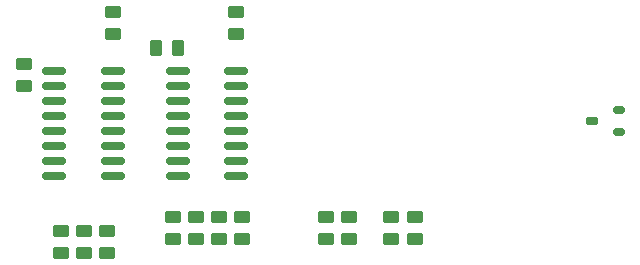
<source format=gbr>
%TF.GenerationSoftware,KiCad,Pcbnew,7.0.8*%
%TF.CreationDate,2023-11-25T20:52:03+00:00*%
%TF.ProjectId,pce-gt-controller,7063652d-6774-42d6-936f-6e74726f6c6c,rev?*%
%TF.SameCoordinates,Original*%
%TF.FileFunction,Paste,Top*%
%TF.FilePolarity,Positive*%
%FSLAX46Y46*%
G04 Gerber Fmt 4.6, Leading zero omitted, Abs format (unit mm)*
G04 Created by KiCad (PCBNEW 7.0.8) date 2023-11-25 20:52:03*
%MOMM*%
%LPD*%
G01*
G04 APERTURE LIST*
G04 Aperture macros list*
%AMRoundRect*
0 Rectangle with rounded corners*
0 $1 Rounding radius*
0 $2 $3 $4 $5 $6 $7 $8 $9 X,Y pos of 4 corners*
0 Add a 4 corners polygon primitive as box body*
4,1,4,$2,$3,$4,$5,$6,$7,$8,$9,$2,$3,0*
0 Add four circle primitives for the rounded corners*
1,1,$1+$1,$2,$3*
1,1,$1+$1,$4,$5*
1,1,$1+$1,$6,$7*
1,1,$1+$1,$8,$9*
0 Add four rect primitives between the rounded corners*
20,1,$1+$1,$2,$3,$4,$5,0*
20,1,$1+$1,$4,$5,$6,$7,0*
20,1,$1+$1,$6,$7,$8,$9,0*
20,1,$1+$1,$8,$9,$2,$3,0*%
G04 Aperture macros list end*
%ADD10RoundRect,0.250000X0.450000X-0.262500X0.450000X0.262500X-0.450000X0.262500X-0.450000X-0.262500X0*%
%ADD11RoundRect,0.250000X-0.450000X0.262500X-0.450000X-0.262500X0.450000X-0.262500X0.450000X0.262500X0*%
%ADD12RoundRect,0.250000X-0.262500X-0.450000X0.262500X-0.450000X0.262500X0.450000X-0.262500X0.450000X0*%
%ADD13RoundRect,0.150000X-0.825000X-0.150000X0.825000X-0.150000X0.825000X0.150000X-0.825000X0.150000X0*%
%ADD14RoundRect,0.150000X0.357500X0.150000X-0.357500X0.150000X-0.357500X-0.150000X0.357500X-0.150000X0*%
%ADD15RoundRect,0.150000X0.392500X0.150000X-0.392500X0.150000X-0.392500X-0.150000X0.392500X-0.150000X0*%
G04 APERTURE END LIST*
D10*
%TO.C,R713*%
X115610000Y-69282500D03*
X115610000Y-67457500D03*
%TD*%
%TO.C,R712*%
X117560000Y-69282500D03*
X117560000Y-67457500D03*
%TD*%
%TO.C,R711*%
X119510000Y-69282500D03*
X119510000Y-67457500D03*
%TD*%
D11*
%TO.C,R710*%
X112440000Y-53337500D03*
X112440000Y-55162500D03*
%TD*%
D12*
%TO.C,R709*%
X123675000Y-51940000D03*
X125500000Y-51940000D03*
%TD*%
D11*
%TO.C,R708*%
X128980000Y-68132500D03*
X128980000Y-66307500D03*
%TD*%
%TO.C,R707*%
X130940000Y-68132500D03*
X130940000Y-66307500D03*
%TD*%
%TO.C,R706*%
X125060000Y-68132500D03*
X125060000Y-66307500D03*
%TD*%
%TO.C,R705*%
X127020000Y-68132500D03*
X127020000Y-66307500D03*
%TD*%
%TO.C,R704*%
X145550000Y-66295000D03*
X145550000Y-68120000D03*
%TD*%
%TO.C,R703*%
X143590000Y-66295000D03*
X143590000Y-68120000D03*
%TD*%
%TO.C,R702*%
X140000000Y-68120000D03*
X140000000Y-66295000D03*
%TD*%
%TO.C,R701*%
X138040000Y-66295000D03*
X138040000Y-68120000D03*
%TD*%
D10*
%TO.C,C703*%
X130450000Y-48917500D03*
X130450000Y-50742500D03*
%TD*%
%TO.C,C702*%
X120010000Y-50742500D03*
X120010000Y-48917500D03*
%TD*%
D13*
%TO.C,U1*%
X125510000Y-53890000D03*
X125510000Y-55160000D03*
X125510000Y-56430000D03*
X125510000Y-57700000D03*
X125510000Y-58970000D03*
X125510000Y-60240000D03*
X125510000Y-61510000D03*
X125510000Y-62780000D03*
X130460000Y-62780000D03*
X130460000Y-61510000D03*
X130460000Y-60240000D03*
X130460000Y-58970000D03*
X130460000Y-57700000D03*
X130460000Y-56430000D03*
X130460000Y-55160000D03*
X130460000Y-53890000D03*
%TD*%
D14*
%TO.C,D800*%
X162847545Y-59110000D03*
X162847545Y-57210000D03*
D15*
X160547545Y-58160000D03*
%TD*%
D13*
%TO.C,U2*%
X115045000Y-53890000D03*
X115045000Y-55160000D03*
X115045000Y-56430000D03*
X115045000Y-57700000D03*
X115045000Y-58970000D03*
X115045000Y-60240000D03*
X115045000Y-61510000D03*
X115045000Y-62780000D03*
X119995000Y-62780000D03*
X119995000Y-61510000D03*
X119995000Y-60240000D03*
X119995000Y-58970000D03*
X119995000Y-57700000D03*
X119995000Y-56430000D03*
X119995000Y-55160000D03*
X119995000Y-53890000D03*
%TD*%
M02*

</source>
